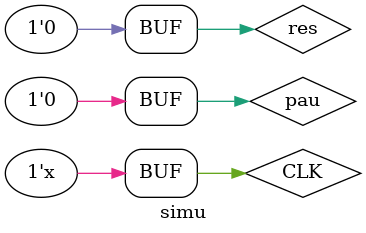
<source format=v>
`timescale 1ns / 1ps


module simu(

    );
    reg CLK;
    reg pau;
    reg res;
    wire clk1s;
    wire [7:0] tim;
    wire [10:0] display_out;
    
    initial begin
    pau = 0;
    res = 1;
    CLK = 0;
    #50
    res = 0;
    end
    
    
    
    always begin
    #10 CLK = ~CLK;
    end
    
    /*always begin
    #10000000
    pau <= 1;
    #10
    pau <= 0;
    end */
    
    divider div(.CLK(CLK),
    .pau(pau),
    .res(res),
    .clk1s(clk1s));

    adder24 add(.clk1s(clk1s),
        .res(res),
        .pau(pau),
        .tim(tim) //Êä³öÊ±¼ä
    );
    
    display7 dp(.CLK(CLK),
        .tim(tim),
        .display_out(display_out)
    );
        

endmodule

</source>
